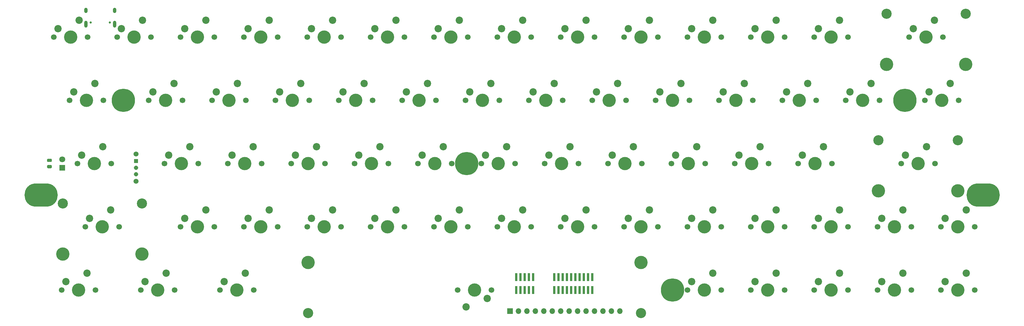
<source format=gbr>
%TF.GenerationSoftware,KiCad,Pcbnew,5.1.9*%
%TF.CreationDate,2021-02-24T13:07:44+00:00*%
%TF.ProjectId,keyboard,6b657962-6f61-4726-942e-6b696361645f,A*%
%TF.SameCoordinates,PX3072580PY3072580*%
%TF.FileFunction,Soldermask,Top*%
%TF.FilePolarity,Negative*%
%FSLAX46Y46*%
G04 Gerber Fmt 4.6, Leading zero omitted, Abs format (unit mm)*
G04 Created by KiCad (PCBNEW 5.1.9) date 2021-02-24 13:07:44*
%MOMM*%
%LPD*%
G01*
G04 APERTURE LIST*
%ADD10C,1.800000*%
%ADD11R,1.800000X1.800000*%
%ADD12R,0.740000X2.400000*%
%ADD13C,1.700000*%
%ADD14C,4.000000*%
%ADD15C,2.200000*%
%ADD16O,1.700000X1.700000*%
%ADD17R,1.700000X1.700000*%
%ADD18C,3.050000*%
%ADD19R,1.308000X1.308000*%
%ADD20C,1.308000*%
%ADD21C,1.500000*%
%ADD22O,1.000000X2.100000*%
%ADD23C,0.650000*%
%ADD24O,1.000000X1.600000*%
%ADD25C,7.000000*%
%ADD26O,10.000000X7.000000*%
G04 APERTURE END LIST*
D10*
%TO.C,LED3*%
X6985000Y-46355000D03*
D11*
X6985000Y-48895000D03*
%TD*%
D12*
%TO.C,J2*%
X154940000Y-85770000D03*
X154940000Y-81870000D03*
X156210000Y-85770000D03*
X156210000Y-81870000D03*
X157480000Y-85770000D03*
X157480000Y-81870000D03*
X158750000Y-85770000D03*
X158750000Y-81870000D03*
X160020000Y-85770000D03*
X160020000Y-81870000D03*
X161290000Y-85770000D03*
X161290000Y-81870000D03*
X162560000Y-85770000D03*
X162560000Y-81870000D03*
X163830000Y-85770000D03*
X163830000Y-81870000D03*
X165100000Y-85770000D03*
X165100000Y-81870000D03*
X166370000Y-85770000D03*
X166370000Y-81870000D03*
%TD*%
D13*
%TO.C,S5*%
X90805000Y-9525000D03*
X80645000Y-9525000D03*
D14*
X85725000Y-9525000D03*
D15*
X81915000Y-6985000D03*
X88265000Y-4445000D03*
%TD*%
%TO.C,LED2*%
G36*
G01*
X3631250Y-47175000D02*
X2718750Y-47175000D01*
G75*
G02*
X2475000Y-46931250I0J243750D01*
G01*
X2475000Y-46443750D01*
G75*
G02*
X2718750Y-46200000I243750J0D01*
G01*
X3631250Y-46200000D01*
G75*
G02*
X3875000Y-46443750I0J-243750D01*
G01*
X3875000Y-46931250D01*
G75*
G02*
X3631250Y-47175000I-243750J0D01*
G01*
G37*
G36*
G01*
X3631250Y-49050000D02*
X2718750Y-49050000D01*
G75*
G02*
X2475000Y-48806250I0J243750D01*
G01*
X2475000Y-48318750D01*
G75*
G02*
X2718750Y-48075000I243750J0D01*
G01*
X3631250Y-48075000D01*
G75*
G02*
X3875000Y-48318750I0J-243750D01*
G01*
X3875000Y-48806250D01*
G75*
G02*
X3631250Y-49050000I-243750J0D01*
G01*
G37*
%TD*%
D16*
%TO.C,J7*%
X174625000Y-92075000D03*
X172085000Y-92075000D03*
X169545000Y-92075000D03*
X167005000Y-92075000D03*
X164465000Y-92075000D03*
X161925000Y-92075000D03*
X159385000Y-92075000D03*
X156845000Y-92075000D03*
X154305000Y-92075000D03*
X151765000Y-92075000D03*
X149225000Y-92075000D03*
X146685000Y-92075000D03*
X144145000Y-92075000D03*
D17*
X141605000Y-92075000D03*
%TD*%
D13*
%TO.C,S15*%
X19367500Y-28575000D03*
X9207500Y-28575000D03*
D14*
X14287500Y-28575000D03*
D15*
X10477500Y-26035000D03*
X16827500Y-23495000D03*
%TD*%
D18*
%TO.C,S59*%
X80968750Y-92725000D03*
X180968750Y-92725000D03*
D14*
X180968750Y-77485000D03*
X80968750Y-77485000D03*
D13*
X125888750Y-85725000D03*
X136048750Y-85725000D03*
D14*
X130968750Y-85725000D03*
D15*
X134778750Y-88265000D03*
X128428750Y-90805000D03*
%TD*%
D19*
%TO.C,SW1*%
X29210000Y-46895000D03*
D20*
X29210000Y-48895000D03*
X29210000Y-50895000D03*
D21*
X29210000Y-44795000D03*
X29210000Y-52995000D03*
%TD*%
D22*
%TO.C,J3*%
X22735000Y-5670000D03*
X14095000Y-5670000D03*
D23*
X15525000Y-5140000D03*
D24*
X14095000Y-1490000D03*
D23*
X21305000Y-5140000D03*
D24*
X22735000Y-1490000D03*
%TD*%
D12*
%TO.C,J1*%
X143510000Y-85770000D03*
X143510000Y-81870000D03*
X144780000Y-85770000D03*
X144780000Y-81870000D03*
X146050000Y-85770000D03*
X146050000Y-81870000D03*
X147320000Y-85770000D03*
X147320000Y-81870000D03*
X148590000Y-85770000D03*
X148590000Y-81870000D03*
%TD*%
D25*
%TO.C,MK6*%
X190500000Y-85725000D03*
%TD*%
D26*
%TO.C,MK5*%
X283845000Y-57150000D03*
%TD*%
D25*
%TO.C,MK2*%
X260350000Y-28575000D03*
%TD*%
%TO.C,MK3*%
X128587500Y-47625000D03*
%TD*%
D26*
%TO.C,MK4*%
X635000Y-57150000D03*
%TD*%
D25*
%TO.C,MK1*%
X25400000Y-28575000D03*
%TD*%
D13*
%TO.C,S58*%
X64611250Y-85725000D03*
X54451250Y-85725000D03*
D14*
X59531250Y-85725000D03*
D15*
X55721250Y-83185000D03*
X62071250Y-80645000D03*
%TD*%
D13*
%TO.C,S57*%
X40798750Y-85725000D03*
X30638750Y-85725000D03*
D14*
X35718750Y-85725000D03*
D15*
X31908750Y-83185000D03*
X38258750Y-80645000D03*
%TD*%
D13*
%TO.C,S56*%
X16986250Y-85725000D03*
X6826250Y-85725000D03*
D14*
X11906250Y-85725000D03*
D15*
X8096250Y-83185000D03*
X14446250Y-80645000D03*
%TD*%
D18*
%TO.C,S41*%
X276218750Y-40625000D03*
X252418750Y-40625000D03*
D14*
X252418750Y-55865000D03*
X276218750Y-55865000D03*
D13*
X269398750Y-47625000D03*
X259238750Y-47625000D03*
D14*
X264318750Y-47625000D03*
D15*
X260508750Y-45085000D03*
X266858750Y-42545000D03*
%TD*%
D18*
%TO.C,S42*%
X30950000Y-59675000D03*
X7150000Y-59675000D03*
D14*
X7150000Y-74915000D03*
X30950000Y-74915000D03*
D13*
X24130000Y-66675000D03*
X13970000Y-66675000D03*
D14*
X19050000Y-66675000D03*
D15*
X15240000Y-64135000D03*
X21590000Y-61595000D03*
%TD*%
D13*
%TO.C,S29*%
X21748750Y-47625000D03*
X11588750Y-47625000D03*
D14*
X16668750Y-47625000D03*
D15*
X12858750Y-45085000D03*
X19208750Y-42545000D03*
%TD*%
D13*
%TO.C,S28*%
X276542500Y-28575000D03*
X266382500Y-28575000D03*
D14*
X271462500Y-28575000D03*
D15*
X267652500Y-26035000D03*
X274002500Y-23495000D03*
%TD*%
D18*
%TO.C,S14*%
X278600000Y-2525000D03*
X254800000Y-2525000D03*
D14*
X254800000Y-17765000D03*
X278600000Y-17765000D03*
D13*
X271780000Y-9525000D03*
X261620000Y-9525000D03*
D14*
X266700000Y-9525000D03*
D15*
X262890000Y-6985000D03*
X269240000Y-4445000D03*
%TD*%
D13*
%TO.C,S64*%
X281305000Y-85725000D03*
X271145000Y-85725000D03*
D14*
X276225000Y-85725000D03*
D15*
X272415000Y-83185000D03*
X278765000Y-80645000D03*
%TD*%
D13*
%TO.C,S63*%
X262255000Y-85725000D03*
X252095000Y-85725000D03*
D14*
X257175000Y-85725000D03*
D15*
X253365000Y-83185000D03*
X259715000Y-80645000D03*
%TD*%
D13*
%TO.C,S62*%
X243205000Y-85725000D03*
X233045000Y-85725000D03*
D14*
X238125000Y-85725000D03*
D15*
X234315000Y-83185000D03*
X240665000Y-80645000D03*
%TD*%
D13*
%TO.C,S61*%
X224155000Y-85725000D03*
X213995000Y-85725000D03*
D14*
X219075000Y-85725000D03*
D15*
X215265000Y-83185000D03*
X221615000Y-80645000D03*
%TD*%
D13*
%TO.C,S60*%
X205105000Y-85725000D03*
X194945000Y-85725000D03*
D14*
X200025000Y-85725000D03*
D15*
X196215000Y-83185000D03*
X202565000Y-80645000D03*
%TD*%
D13*
%TO.C,S55*%
X281305000Y-66675000D03*
X271145000Y-66675000D03*
D14*
X276225000Y-66675000D03*
D15*
X272415000Y-64135000D03*
X278765000Y-61595000D03*
%TD*%
D13*
%TO.C,S54*%
X262255000Y-66675000D03*
X252095000Y-66675000D03*
D14*
X257175000Y-66675000D03*
D15*
X253365000Y-64135000D03*
X259715000Y-61595000D03*
%TD*%
D13*
%TO.C,S53*%
X243205000Y-66675000D03*
X233045000Y-66675000D03*
D14*
X238125000Y-66675000D03*
D15*
X234315000Y-64135000D03*
X240665000Y-61595000D03*
%TD*%
D13*
%TO.C,S52*%
X224155000Y-66675000D03*
X213995000Y-66675000D03*
D14*
X219075000Y-66675000D03*
D15*
X215265000Y-64135000D03*
X221615000Y-61595000D03*
%TD*%
D13*
%TO.C,S51*%
X205105000Y-66675000D03*
X194945000Y-66675000D03*
D14*
X200025000Y-66675000D03*
D15*
X196215000Y-64135000D03*
X202565000Y-61595000D03*
%TD*%
D13*
%TO.C,S50*%
X186055000Y-66675000D03*
X175895000Y-66675000D03*
D14*
X180975000Y-66675000D03*
D15*
X177165000Y-64135000D03*
X183515000Y-61595000D03*
%TD*%
D13*
%TO.C,S49*%
X167005000Y-66675000D03*
X156845000Y-66675000D03*
D14*
X161925000Y-66675000D03*
D15*
X158115000Y-64135000D03*
X164465000Y-61595000D03*
%TD*%
D13*
%TO.C,S48*%
X147955000Y-66675000D03*
X137795000Y-66675000D03*
D14*
X142875000Y-66675000D03*
D15*
X139065000Y-64135000D03*
X145415000Y-61595000D03*
%TD*%
D13*
%TO.C,S47*%
X128905000Y-66675000D03*
X118745000Y-66675000D03*
D14*
X123825000Y-66675000D03*
D15*
X120015000Y-64135000D03*
X126365000Y-61595000D03*
%TD*%
D13*
%TO.C,S46*%
X109855000Y-66675000D03*
X99695000Y-66675000D03*
D14*
X104775000Y-66675000D03*
D15*
X100965000Y-64135000D03*
X107315000Y-61595000D03*
%TD*%
D13*
%TO.C,S45*%
X90805000Y-66675000D03*
X80645000Y-66675000D03*
D14*
X85725000Y-66675000D03*
D15*
X81915000Y-64135000D03*
X88265000Y-61595000D03*
%TD*%
D13*
%TO.C,S44*%
X71755000Y-66675000D03*
X61595000Y-66675000D03*
D14*
X66675000Y-66675000D03*
D15*
X62865000Y-64135000D03*
X69215000Y-61595000D03*
%TD*%
D13*
%TO.C,S43*%
X52705000Y-66675000D03*
X42545000Y-66675000D03*
D14*
X47625000Y-66675000D03*
D15*
X43815000Y-64135000D03*
X50165000Y-61595000D03*
%TD*%
D13*
%TO.C,S40*%
X238442500Y-47625000D03*
X228282500Y-47625000D03*
D14*
X233362500Y-47625000D03*
D15*
X229552500Y-45085000D03*
X235902500Y-42545000D03*
%TD*%
D13*
%TO.C,S39*%
X219392500Y-47625000D03*
X209232500Y-47625000D03*
D14*
X214312500Y-47625000D03*
D15*
X210502500Y-45085000D03*
X216852500Y-42545000D03*
%TD*%
D13*
%TO.C,S38*%
X200342500Y-47625000D03*
X190182500Y-47625000D03*
D14*
X195262500Y-47625000D03*
D15*
X191452500Y-45085000D03*
X197802500Y-42545000D03*
%TD*%
D13*
%TO.C,S37*%
X181292500Y-47625000D03*
X171132500Y-47625000D03*
D14*
X176212500Y-47625000D03*
D15*
X172402500Y-45085000D03*
X178752500Y-42545000D03*
%TD*%
D13*
%TO.C,S36*%
X162242500Y-47625000D03*
X152082500Y-47625000D03*
D14*
X157162500Y-47625000D03*
D15*
X153352500Y-45085000D03*
X159702500Y-42545000D03*
%TD*%
D13*
%TO.C,S35*%
X143192500Y-47625000D03*
X133032500Y-47625000D03*
D14*
X138112500Y-47625000D03*
D15*
X134302500Y-45085000D03*
X140652500Y-42545000D03*
%TD*%
D13*
%TO.C,S34*%
X124142500Y-47625000D03*
X113982500Y-47625000D03*
D14*
X119062500Y-47625000D03*
D15*
X115252500Y-45085000D03*
X121602500Y-42545000D03*
%TD*%
D13*
%TO.C,S33*%
X105092500Y-47625000D03*
X94932500Y-47625000D03*
D14*
X100012500Y-47625000D03*
D15*
X96202500Y-45085000D03*
X102552500Y-42545000D03*
%TD*%
D13*
%TO.C,S32*%
X86042500Y-47625000D03*
X75882500Y-47625000D03*
D14*
X80962500Y-47625000D03*
D15*
X77152500Y-45085000D03*
X83502500Y-42545000D03*
%TD*%
D13*
%TO.C,S31*%
X66992500Y-47625000D03*
X56832500Y-47625000D03*
D14*
X61912500Y-47625000D03*
D15*
X58102500Y-45085000D03*
X64452500Y-42545000D03*
%TD*%
D13*
%TO.C,S30*%
X47942500Y-47625000D03*
X37782500Y-47625000D03*
D14*
X42862500Y-47625000D03*
D15*
X39052500Y-45085000D03*
X45402500Y-42545000D03*
%TD*%
D13*
%TO.C,S27*%
X252730000Y-28575000D03*
X242570000Y-28575000D03*
D14*
X247650000Y-28575000D03*
D15*
X243840000Y-26035000D03*
X250190000Y-23495000D03*
%TD*%
D13*
%TO.C,S26*%
X233680000Y-28575000D03*
X223520000Y-28575000D03*
D14*
X228600000Y-28575000D03*
D15*
X224790000Y-26035000D03*
X231140000Y-23495000D03*
%TD*%
D13*
%TO.C,S25*%
X214630000Y-28575000D03*
X204470000Y-28575000D03*
D14*
X209550000Y-28575000D03*
D15*
X205740000Y-26035000D03*
X212090000Y-23495000D03*
%TD*%
D13*
%TO.C,S24*%
X195580000Y-28575000D03*
X185420000Y-28575000D03*
D14*
X190500000Y-28575000D03*
D15*
X186690000Y-26035000D03*
X193040000Y-23495000D03*
%TD*%
D13*
%TO.C,S23*%
X176530000Y-28575000D03*
X166370000Y-28575000D03*
D14*
X171450000Y-28575000D03*
D15*
X167640000Y-26035000D03*
X173990000Y-23495000D03*
%TD*%
D13*
%TO.C,S22*%
X157480000Y-28575000D03*
X147320000Y-28575000D03*
D14*
X152400000Y-28575000D03*
D15*
X148590000Y-26035000D03*
X154940000Y-23495000D03*
%TD*%
D13*
%TO.C,S21*%
X138430000Y-28575000D03*
X128270000Y-28575000D03*
D14*
X133350000Y-28575000D03*
D15*
X129540000Y-26035000D03*
X135890000Y-23495000D03*
%TD*%
D13*
%TO.C,S20*%
X119380000Y-28575000D03*
X109220000Y-28575000D03*
D14*
X114300000Y-28575000D03*
D15*
X110490000Y-26035000D03*
X116840000Y-23495000D03*
%TD*%
D13*
%TO.C,S19*%
X100330000Y-28575000D03*
X90170000Y-28575000D03*
D14*
X95250000Y-28575000D03*
D15*
X91440000Y-26035000D03*
X97790000Y-23495000D03*
%TD*%
D13*
%TO.C,S18*%
X81280000Y-28575000D03*
X71120000Y-28575000D03*
D14*
X76200000Y-28575000D03*
D15*
X72390000Y-26035000D03*
X78740000Y-23495000D03*
%TD*%
D13*
%TO.C,S17*%
X62230000Y-28575000D03*
X52070000Y-28575000D03*
D14*
X57150000Y-28575000D03*
D15*
X53340000Y-26035000D03*
X59690000Y-23495000D03*
%TD*%
D13*
%TO.C,S16*%
X43180000Y-28575000D03*
X33020000Y-28575000D03*
D14*
X38100000Y-28575000D03*
D15*
X34290000Y-26035000D03*
X40640000Y-23495000D03*
%TD*%
D13*
%TO.C,S13*%
X243205000Y-9525000D03*
X233045000Y-9525000D03*
D14*
X238125000Y-9525000D03*
D15*
X234315000Y-6985000D03*
X240665000Y-4445000D03*
%TD*%
D13*
%TO.C,S12*%
X224155000Y-9525000D03*
X213995000Y-9525000D03*
D14*
X219075000Y-9525000D03*
D15*
X215265000Y-6985000D03*
X221615000Y-4445000D03*
%TD*%
D13*
%TO.C,S11*%
X205105000Y-9525000D03*
X194945000Y-9525000D03*
D14*
X200025000Y-9525000D03*
D15*
X196215000Y-6985000D03*
X202565000Y-4445000D03*
%TD*%
D13*
%TO.C,S10*%
X186055000Y-9525000D03*
X175895000Y-9525000D03*
D14*
X180975000Y-9525000D03*
D15*
X177165000Y-6985000D03*
X183515000Y-4445000D03*
%TD*%
D13*
%TO.C,S9*%
X167005000Y-9525000D03*
X156845000Y-9525000D03*
D14*
X161925000Y-9525000D03*
D15*
X158115000Y-6985000D03*
X164465000Y-4445000D03*
%TD*%
D13*
%TO.C,S8*%
X147955000Y-9525000D03*
X137795000Y-9525000D03*
D14*
X142875000Y-9525000D03*
D15*
X139065000Y-6985000D03*
X145415000Y-4445000D03*
%TD*%
D13*
%TO.C,S7*%
X128905000Y-9525000D03*
X118745000Y-9525000D03*
D14*
X123825000Y-9525000D03*
D15*
X120015000Y-6985000D03*
X126365000Y-4445000D03*
%TD*%
D13*
%TO.C,S6*%
X109855000Y-9525000D03*
X99695000Y-9525000D03*
D14*
X104775000Y-9525000D03*
D15*
X100965000Y-6985000D03*
X107315000Y-4445000D03*
%TD*%
D13*
%TO.C,S4*%
X71755000Y-9525000D03*
X61595000Y-9525000D03*
D14*
X66675000Y-9525000D03*
D15*
X62865000Y-6985000D03*
X69215000Y-4445000D03*
%TD*%
D13*
%TO.C,S3*%
X52705000Y-9525000D03*
X42545000Y-9525000D03*
D14*
X47625000Y-9525000D03*
D15*
X43815000Y-6985000D03*
X50165000Y-4445000D03*
%TD*%
D13*
%TO.C,S2*%
X33655000Y-9525000D03*
X23495000Y-9525000D03*
D14*
X28575000Y-9525000D03*
D15*
X24765000Y-6985000D03*
X31115000Y-4445000D03*
%TD*%
D13*
%TO.C,S1*%
X14605000Y-9525000D03*
X4445000Y-9525000D03*
D14*
X9525000Y-9525000D03*
D15*
X5715000Y-6985000D03*
X12065000Y-4445000D03*
%TD*%
M02*

</source>
